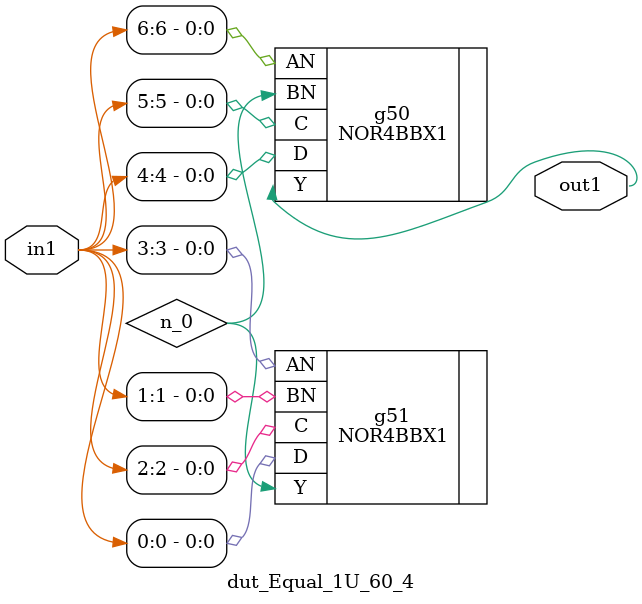
<source format=v>
`timescale 1ps / 1ps


module dut_Equal_1U_60_4(in1, out1);
  input [6:0] in1;
  output out1;
  wire [6:0] in1;
  wire out1;
  wire n_0;
  NOR4BBX1 g50(.AN (in1[6]), .BN (n_0), .C (in1[5]), .D (in1[4]), .Y
       (out1));
  NOR4BBX1 g51(.AN (in1[3]), .BN (in1[1]), .C (in1[2]), .D (in1[0]), .Y
       (n_0));
endmodule



</source>
